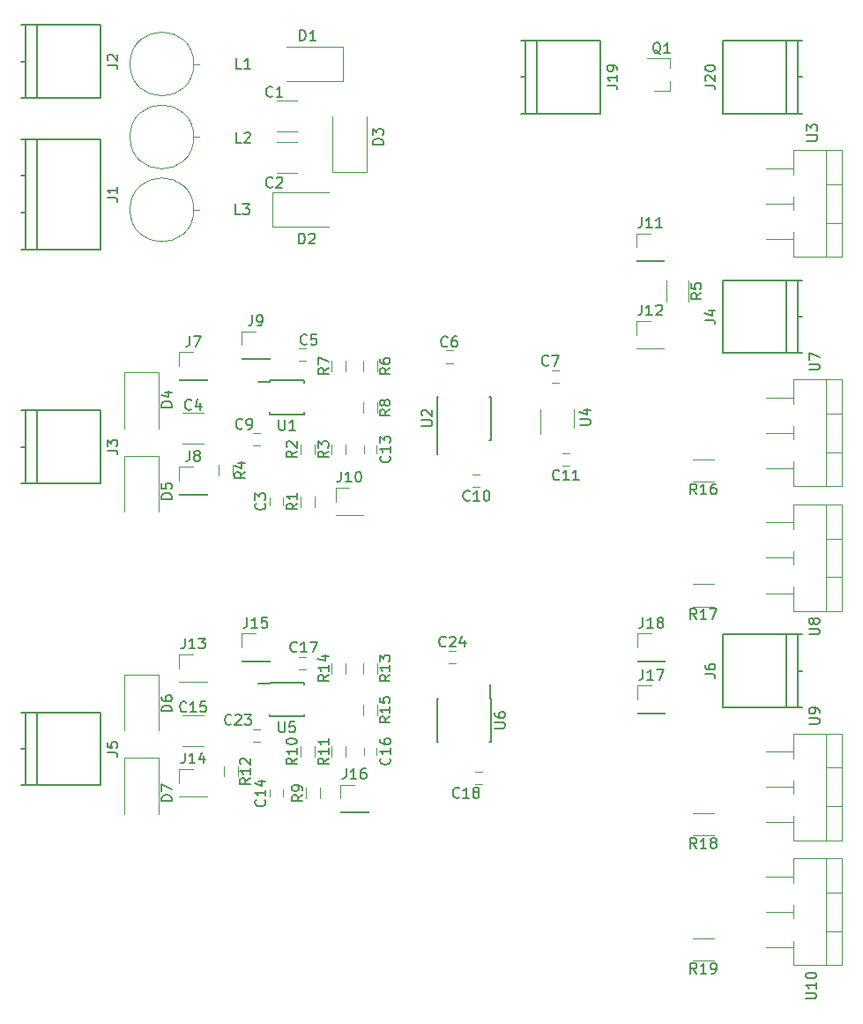
<source format=gto>
%TF.GenerationSoftware,KiCad,Pcbnew,4.0.7-e2-6376~58~ubuntu16.04.1*%
%TF.CreationDate,2017-09-12T10:21:48+02:00*%
%TF.ProjectId,flt06,666C7430362E6B696361645F70636200,1*%
%TF.FileFunction,Legend,Top*%
%FSLAX46Y46*%
G04 Gerber Fmt 4.6, Leading zero omitted, Abs format (unit mm)*
G04 Created by KiCad (PCBNEW 4.0.7-e2-6376~58~ubuntu16.04.1) date Tue Sep 12 10:21:48 2017*
%MOMM*%
%LPD*%
G01*
G04 APERTURE LIST*
%ADD10C,0.100000*%
%ADD11C,0.120000*%
%ADD12C,0.150000*%
G04 APERTURE END LIST*
D10*
D11*
X120670000Y-103330000D02*
X123330000Y-103330000D01*
X120670000Y-103270000D02*
X120670000Y-103330000D01*
X123330000Y-103270000D02*
X123330000Y-103330000D01*
X120670000Y-103270000D02*
X123330000Y-103270000D01*
X120670000Y-102000000D02*
X120670000Y-100670000D01*
X120670000Y-100670000D02*
X122000000Y-100670000D01*
X130000000Y-68480000D02*
X132000000Y-68480000D01*
X132000000Y-65520000D02*
X130000000Y-65520000D01*
X132000000Y-69520000D02*
X130000000Y-69520000D01*
X130000000Y-72480000D02*
X132000000Y-72480000D01*
X130600000Y-103650000D02*
X130600000Y-104350000D01*
X129400000Y-104350000D02*
X129400000Y-103650000D01*
X123000000Y-95520000D02*
X121000000Y-95520000D01*
X121000000Y-98480000D02*
X123000000Y-98480000D01*
X132150000Y-89300000D02*
X132850000Y-89300000D01*
X132850000Y-90500000D02*
X132150000Y-90500000D01*
X146250000Y-89500000D02*
X146950000Y-89500000D01*
X146950000Y-90700000D02*
X146250000Y-90700000D01*
X157150000Y-92600000D02*
X156450000Y-92600000D01*
X156450000Y-91400000D02*
X157150000Y-91400000D01*
X128450000Y-98600000D02*
X127750000Y-98600000D01*
X127750000Y-97400000D02*
X128450000Y-97400000D01*
X149550000Y-102600000D02*
X148850000Y-102600000D01*
X148850000Y-101400000D02*
X149550000Y-101400000D01*
X157450000Y-99400000D02*
X158150000Y-99400000D01*
X158150000Y-100600000D02*
X157450000Y-100600000D01*
X138400000Y-99350000D02*
X138400000Y-98650000D01*
X139600000Y-98650000D02*
X139600000Y-99350000D01*
X130600000Y-131650000D02*
X130600000Y-132350000D01*
X129400000Y-132350000D02*
X129400000Y-131650000D01*
X138400000Y-128350000D02*
X138400000Y-127650000D01*
X139600000Y-127650000D02*
X139600000Y-128350000D01*
X149750000Y-131100000D02*
X149050000Y-131100000D01*
X149050000Y-129900000D02*
X149750000Y-129900000D01*
X128450000Y-127100000D02*
X127750000Y-127100000D01*
X127750000Y-125900000D02*
X128450000Y-125900000D01*
X146550000Y-118300000D02*
X147250000Y-118300000D01*
X147250000Y-119500000D02*
X146550000Y-119500000D01*
X136400000Y-63650000D02*
X136400000Y-60350000D01*
X136400000Y-60350000D02*
X131000000Y-60350000D01*
X136400000Y-63650000D02*
X131000000Y-63650000D01*
X129600000Y-74350000D02*
X129600000Y-77650000D01*
X129600000Y-77650000D02*
X135000000Y-77650000D01*
X129600000Y-74350000D02*
X135000000Y-74350000D01*
X135350000Y-72400000D02*
X138650000Y-72400000D01*
X138650000Y-72400000D02*
X138650000Y-67000000D01*
X135350000Y-72400000D02*
X135350000Y-67000000D01*
X118650000Y-91600000D02*
X115350000Y-91600000D01*
X115350000Y-91600000D02*
X115350000Y-97000000D01*
X118650000Y-91600000D02*
X118650000Y-97000000D01*
X118650000Y-99600000D02*
X115350000Y-99600000D01*
X115350000Y-99600000D02*
X115350000Y-105000000D01*
X118650000Y-99600000D02*
X118650000Y-105000000D01*
X118650000Y-120600000D02*
X115350000Y-120600000D01*
X115350000Y-120600000D02*
X115350000Y-126000000D01*
X118650000Y-120600000D02*
X118650000Y-126000000D01*
X118650000Y-128600000D02*
X115350000Y-128600000D01*
X115350000Y-128600000D02*
X115350000Y-134000000D01*
X118650000Y-128600000D02*
X118650000Y-134000000D01*
D12*
X105900000Y-72700000D02*
X105500000Y-72700000D01*
X105900000Y-76300000D02*
X105500000Y-76300000D01*
X107000000Y-69200000D02*
X107000000Y-79800000D01*
X105900000Y-69200000D02*
X105900000Y-79800000D01*
X113100000Y-69200000D02*
X105500000Y-69200000D01*
X105500000Y-79800000D02*
X113100000Y-79800000D01*
X113100000Y-79800000D02*
X113100000Y-69200000D01*
X105900000Y-61750000D02*
X105500000Y-61750000D01*
X107000000Y-58250000D02*
X107000000Y-65250000D01*
X105900000Y-58250000D02*
X105900000Y-65250000D01*
X113100000Y-58250000D02*
X105500000Y-58250000D01*
X105500000Y-65250000D02*
X113100000Y-65250000D01*
X113100000Y-65250000D02*
X113100000Y-58250000D01*
X105900000Y-98750000D02*
X105500000Y-98750000D01*
X107000000Y-95250000D02*
X107000000Y-102250000D01*
X105900000Y-95250000D02*
X105900000Y-102250000D01*
X113100000Y-95250000D02*
X105500000Y-95250000D01*
X105500000Y-102250000D02*
X113100000Y-102250000D01*
X113100000Y-102250000D02*
X113100000Y-95250000D01*
X180100000Y-86250000D02*
X180500000Y-86250000D01*
X179000000Y-89750000D02*
X179000000Y-82750000D01*
X180100000Y-89750000D02*
X180100000Y-82750000D01*
X172900000Y-89750000D02*
X180500000Y-89750000D01*
X180500000Y-82750000D02*
X172900000Y-82750000D01*
X172900000Y-82750000D02*
X172900000Y-89750000D01*
X105900000Y-127750000D02*
X105500000Y-127750000D01*
X107000000Y-124250000D02*
X107000000Y-131250000D01*
X105900000Y-124250000D02*
X105900000Y-131250000D01*
X113100000Y-124250000D02*
X105500000Y-124250000D01*
X105500000Y-131250000D02*
X113100000Y-131250000D01*
X113100000Y-131250000D02*
X113100000Y-124250000D01*
X180100000Y-120250000D02*
X180500000Y-120250000D01*
X179000000Y-123750000D02*
X179000000Y-116750000D01*
X180100000Y-123750000D02*
X180100000Y-116750000D01*
X172900000Y-123750000D02*
X180500000Y-123750000D01*
X180500000Y-116750000D02*
X172900000Y-116750000D01*
X172900000Y-116750000D02*
X172900000Y-123750000D01*
D11*
X120670000Y-92330000D02*
X123330000Y-92330000D01*
X120670000Y-92270000D02*
X120670000Y-92330000D01*
X123330000Y-92270000D02*
X123330000Y-92330000D01*
X120670000Y-92270000D02*
X123330000Y-92270000D01*
X120670000Y-91000000D02*
X120670000Y-89670000D01*
X120670000Y-89670000D02*
X122000000Y-89670000D01*
X126670000Y-90330000D02*
X129330000Y-90330000D01*
X126670000Y-90270000D02*
X126670000Y-90330000D01*
X129330000Y-90270000D02*
X129330000Y-90330000D01*
X126670000Y-90270000D02*
X129330000Y-90270000D01*
X126670000Y-89000000D02*
X126670000Y-87670000D01*
X126670000Y-87670000D02*
X128000000Y-87670000D01*
X135670000Y-105330000D02*
X138330000Y-105330000D01*
X135670000Y-105270000D02*
X135670000Y-105330000D01*
X138330000Y-105270000D02*
X138330000Y-105330000D01*
X135670000Y-105270000D02*
X138330000Y-105270000D01*
X135670000Y-104000000D02*
X135670000Y-102670000D01*
X135670000Y-102670000D02*
X137000000Y-102670000D01*
X164570000Y-80930000D02*
X167230000Y-80930000D01*
X164570000Y-80870000D02*
X164570000Y-80930000D01*
X167230000Y-80870000D02*
X167230000Y-80930000D01*
X164570000Y-80870000D02*
X167230000Y-80870000D01*
X164570000Y-79600000D02*
X164570000Y-78270000D01*
X164570000Y-78270000D02*
X165900000Y-78270000D01*
X164570000Y-89330000D02*
X167230000Y-89330000D01*
X164570000Y-89270000D02*
X164570000Y-89330000D01*
X167230000Y-89270000D02*
X167230000Y-89330000D01*
X164570000Y-89270000D02*
X167230000Y-89270000D01*
X164570000Y-88000000D02*
X164570000Y-86670000D01*
X164570000Y-86670000D02*
X165900000Y-86670000D01*
X120670000Y-121330000D02*
X123330000Y-121330000D01*
X120670000Y-121270000D02*
X120670000Y-121330000D01*
X123330000Y-121270000D02*
X123330000Y-121330000D01*
X120670000Y-121270000D02*
X123330000Y-121270000D01*
X120670000Y-120000000D02*
X120670000Y-118670000D01*
X120670000Y-118670000D02*
X122000000Y-118670000D01*
X120670000Y-132330000D02*
X123330000Y-132330000D01*
X120670000Y-132270000D02*
X120670000Y-132330000D01*
X123330000Y-132270000D02*
X123330000Y-132330000D01*
X120670000Y-132270000D02*
X123330000Y-132270000D01*
X120670000Y-131000000D02*
X120670000Y-129670000D01*
X120670000Y-129670000D02*
X122000000Y-129670000D01*
X126670000Y-119330000D02*
X129330000Y-119330000D01*
X126670000Y-119270000D02*
X126670000Y-119330000D01*
X129330000Y-119270000D02*
X129330000Y-119330000D01*
X126670000Y-119270000D02*
X129330000Y-119270000D01*
X126670000Y-118000000D02*
X126670000Y-116670000D01*
X126670000Y-116670000D02*
X128000000Y-116670000D01*
X136170000Y-133830000D02*
X138830000Y-133830000D01*
X136170000Y-133770000D02*
X136170000Y-133830000D01*
X138830000Y-133770000D02*
X138830000Y-133830000D01*
X136170000Y-133770000D02*
X138830000Y-133770000D01*
X136170000Y-132500000D02*
X136170000Y-131170000D01*
X136170000Y-131170000D02*
X137500000Y-131170000D01*
X164670000Y-124330000D02*
X167330000Y-124330000D01*
X164670000Y-124270000D02*
X164670000Y-124330000D01*
X167330000Y-124270000D02*
X167330000Y-124330000D01*
X164670000Y-124270000D02*
X167330000Y-124270000D01*
X164670000Y-123000000D02*
X164670000Y-121670000D01*
X164670000Y-121670000D02*
X166000000Y-121670000D01*
X122060000Y-62000000D02*
G75*
G03X122060000Y-62000000I-3060000J0D01*
G01*
X122060000Y-62000000D02*
X122580000Y-62000000D01*
X122060000Y-69000000D02*
G75*
G03X122060000Y-69000000I-3060000J0D01*
G01*
X122060000Y-69000000D02*
X122580000Y-69000000D01*
X122060000Y-76000000D02*
G75*
G03X122060000Y-76000000I-3060000J0D01*
G01*
X122060000Y-76000000D02*
X122580000Y-76000000D01*
X133680000Y-103500000D02*
X133680000Y-104500000D01*
X132320000Y-104500000D02*
X132320000Y-103500000D01*
X132320000Y-99500000D02*
X132320000Y-98500000D01*
X133680000Y-98500000D02*
X133680000Y-99500000D01*
X136680000Y-98500000D02*
X136680000Y-99500000D01*
X135320000Y-99500000D02*
X135320000Y-98500000D01*
X124420000Y-101500000D02*
X124420000Y-100500000D01*
X125780000Y-100500000D02*
X125780000Y-101500000D01*
X167430000Y-84800000D02*
X167430000Y-82800000D01*
X169570000Y-82800000D02*
X169570000Y-84800000D01*
X138320000Y-91500000D02*
X138320000Y-90500000D01*
X139680000Y-90500000D02*
X139680000Y-91500000D01*
X138320000Y-95500000D02*
X138320000Y-94500000D01*
X139680000Y-94500000D02*
X139680000Y-95500000D01*
X134180000Y-131500000D02*
X134180000Y-132500000D01*
X132820000Y-132500000D02*
X132820000Y-131500000D01*
X132320000Y-128500000D02*
X132320000Y-127500000D01*
X133680000Y-127500000D02*
X133680000Y-128500000D01*
X136680000Y-127500000D02*
X136680000Y-128500000D01*
X135320000Y-128500000D02*
X135320000Y-127500000D01*
X124920000Y-130400000D02*
X124920000Y-129400000D01*
X126280000Y-129400000D02*
X126280000Y-130400000D01*
X138320000Y-120500000D02*
X138320000Y-119500000D01*
X139680000Y-119500000D02*
X139680000Y-120500000D01*
X138320000Y-124500000D02*
X138320000Y-123500000D01*
X139680000Y-123500000D02*
X139680000Y-124500000D01*
X170000000Y-99930000D02*
X172000000Y-99930000D01*
X172000000Y-102070000D02*
X170000000Y-102070000D01*
X170000000Y-111930000D02*
X172000000Y-111930000D01*
X172000000Y-114070000D02*
X170000000Y-114070000D01*
X170000000Y-133930000D02*
X172000000Y-133930000D01*
X172000000Y-136070000D02*
X170000000Y-136070000D01*
X170000000Y-145930000D02*
X172000000Y-145930000D01*
X172000000Y-148070000D02*
X170000000Y-148070000D01*
D12*
X129375000Y-92375000D02*
X129375000Y-92500000D01*
X132625000Y-92375000D02*
X132625000Y-92600000D01*
X132625000Y-95625000D02*
X132625000Y-95400000D01*
X129375000Y-95625000D02*
X129375000Y-95400000D01*
X129375000Y-92375000D02*
X132625000Y-92375000D01*
X129375000Y-95625000D02*
X132625000Y-95625000D01*
X129375000Y-92500000D02*
X128300000Y-92500000D01*
X145425000Y-98075000D02*
X145475000Y-98075000D01*
X145425000Y-93925000D02*
X145570000Y-93925000D01*
X150575000Y-93925000D02*
X150430000Y-93925000D01*
X150575000Y-98075000D02*
X150430000Y-98075000D01*
X145425000Y-98075000D02*
X145425000Y-93925000D01*
X150575000Y-98075000D02*
X150575000Y-93925000D01*
X145475000Y-98075000D02*
X145475000Y-99475000D01*
D11*
X158610000Y-96900000D02*
X158610000Y-95100000D01*
X155390000Y-95100000D02*
X155390000Y-97550000D01*
D12*
X129375000Y-121375000D02*
X129375000Y-121500000D01*
X132625000Y-121375000D02*
X132625000Y-121600000D01*
X132625000Y-124625000D02*
X132625000Y-124400000D01*
X129375000Y-124625000D02*
X129375000Y-124400000D01*
X129375000Y-121375000D02*
X132625000Y-121375000D01*
X129375000Y-124625000D02*
X132625000Y-124625000D01*
X129375000Y-121500000D02*
X128300000Y-121500000D01*
X150575000Y-122925000D02*
X150525000Y-122925000D01*
X150575000Y-127075000D02*
X150430000Y-127075000D01*
X145425000Y-127075000D02*
X145570000Y-127075000D01*
X145425000Y-122925000D02*
X145570000Y-122925000D01*
X150575000Y-122925000D02*
X150575000Y-127075000D01*
X145425000Y-122925000D02*
X145425000Y-127075000D01*
X150525000Y-122925000D02*
X150525000Y-121525000D01*
D11*
X164670000Y-119330000D02*
X167330000Y-119330000D01*
X164670000Y-119270000D02*
X164670000Y-119330000D01*
X167330000Y-119270000D02*
X167330000Y-119330000D01*
X164670000Y-119270000D02*
X167330000Y-119270000D01*
X164670000Y-118000000D02*
X164670000Y-116670000D01*
X164670000Y-116670000D02*
X166000000Y-116670000D01*
X184320000Y-70279000D02*
X184320000Y-80520000D01*
X179679000Y-70279000D02*
X179679000Y-72635000D01*
X179679000Y-74765000D02*
X179679000Y-76035000D01*
X179679000Y-78165000D02*
X179679000Y-80520000D01*
X184320000Y-70279000D02*
X179679000Y-70279000D01*
X184320000Y-80520000D02*
X179679000Y-80520000D01*
X182811000Y-70279000D02*
X182811000Y-80520000D01*
X184320000Y-73550000D02*
X182811000Y-73550000D01*
X184320000Y-77250000D02*
X182811000Y-77250000D01*
X179679000Y-72000000D02*
X177049000Y-72000000D01*
X179679000Y-75400000D02*
X177065000Y-75400000D01*
X179679000Y-78800000D02*
X177065000Y-78800000D01*
X184320000Y-92279000D02*
X184320000Y-102520000D01*
X179679000Y-92279000D02*
X179679000Y-94635000D01*
X179679000Y-96765000D02*
X179679000Y-98035000D01*
X179679000Y-100165000D02*
X179679000Y-102520000D01*
X184320000Y-92279000D02*
X179679000Y-92279000D01*
X184320000Y-102520000D02*
X179679000Y-102520000D01*
X182811000Y-92279000D02*
X182811000Y-102520000D01*
X184320000Y-95550000D02*
X182811000Y-95550000D01*
X184320000Y-99250000D02*
X182811000Y-99250000D01*
X179679000Y-94000000D02*
X177049000Y-94000000D01*
X179679000Y-97400000D02*
X177065000Y-97400000D01*
X179679000Y-100800000D02*
X177065000Y-100800000D01*
X184320000Y-104279000D02*
X184320000Y-114520000D01*
X179679000Y-104279000D02*
X179679000Y-106635000D01*
X179679000Y-108765000D02*
X179679000Y-110035000D01*
X179679000Y-112165000D02*
X179679000Y-114520000D01*
X184320000Y-104279000D02*
X179679000Y-104279000D01*
X184320000Y-114520000D02*
X179679000Y-114520000D01*
X182811000Y-104279000D02*
X182811000Y-114520000D01*
X184320000Y-107550000D02*
X182811000Y-107550000D01*
X184320000Y-111250000D02*
X182811000Y-111250000D01*
X179679000Y-106000000D02*
X177049000Y-106000000D01*
X179679000Y-109400000D02*
X177065000Y-109400000D01*
X179679000Y-112800000D02*
X177065000Y-112800000D01*
X184320000Y-126279000D02*
X184320000Y-136520000D01*
X179679000Y-126279000D02*
X179679000Y-128635000D01*
X179679000Y-130765000D02*
X179679000Y-132035000D01*
X179679000Y-134165000D02*
X179679000Y-136520000D01*
X184320000Y-126279000D02*
X179679000Y-126279000D01*
X184320000Y-136520000D02*
X179679000Y-136520000D01*
X182811000Y-126279000D02*
X182811000Y-136520000D01*
X184320000Y-129550000D02*
X182811000Y-129550000D01*
X184320000Y-133250000D02*
X182811000Y-133250000D01*
X179679000Y-128000000D02*
X177049000Y-128000000D01*
X179679000Y-131400000D02*
X177065000Y-131400000D01*
X179679000Y-134800000D02*
X177065000Y-134800000D01*
X184320000Y-138279000D02*
X184320000Y-148520000D01*
X179679000Y-138279000D02*
X179679000Y-140635000D01*
X179679000Y-142765000D02*
X179679000Y-144035000D01*
X179679000Y-146165000D02*
X179679000Y-148520000D01*
X184320000Y-138279000D02*
X179679000Y-138279000D01*
X184320000Y-148520000D02*
X179679000Y-148520000D01*
X182811000Y-138279000D02*
X182811000Y-148520000D01*
X184320000Y-141550000D02*
X182811000Y-141550000D01*
X184320000Y-145250000D02*
X182811000Y-145250000D01*
X179679000Y-140000000D02*
X177049000Y-140000000D01*
X179679000Y-143400000D02*
X177065000Y-143400000D01*
X179679000Y-146800000D02*
X177065000Y-146800000D01*
X123000000Y-124520000D02*
X121000000Y-124520000D01*
X121000000Y-127480000D02*
X123000000Y-127480000D01*
X132150000Y-118900000D02*
X132850000Y-118900000D01*
X132850000Y-120100000D02*
X132150000Y-120100000D01*
X136680000Y-90500000D02*
X136680000Y-91500000D01*
X135320000Y-91500000D02*
X135320000Y-90500000D01*
X136680000Y-119500000D02*
X136680000Y-120500000D01*
X135320000Y-120500000D02*
X135320000Y-119500000D01*
D12*
X153900000Y-63250000D02*
X153500000Y-63250000D01*
X155000000Y-59750000D02*
X155000000Y-66750000D01*
X153900000Y-59750000D02*
X153900000Y-66750000D01*
X161100000Y-59750000D02*
X153500000Y-59750000D01*
X153500000Y-66750000D02*
X161100000Y-66750000D01*
X161100000Y-66750000D02*
X161100000Y-59750000D01*
X180100000Y-63250000D02*
X180500000Y-63250000D01*
X179000000Y-66750000D02*
X179000000Y-59750000D01*
X180100000Y-66750000D02*
X180100000Y-59750000D01*
X172900000Y-66750000D02*
X180500000Y-66750000D01*
X180500000Y-59750000D02*
X172900000Y-59750000D01*
X172900000Y-59750000D02*
X172900000Y-66750000D01*
D11*
X167760000Y-64580000D02*
X167760000Y-63650000D01*
X167760000Y-61420000D02*
X167760000Y-62350000D01*
X167760000Y-61420000D02*
X165600000Y-61420000D01*
X167760000Y-64580000D02*
X166300000Y-64580000D01*
D12*
X121666667Y-99122381D02*
X121666667Y-99836667D01*
X121619047Y-99979524D01*
X121523809Y-100074762D01*
X121380952Y-100122381D01*
X121285714Y-100122381D01*
X122285714Y-99550952D02*
X122190476Y-99503333D01*
X122142857Y-99455714D01*
X122095238Y-99360476D01*
X122095238Y-99312857D01*
X122142857Y-99217619D01*
X122190476Y-99170000D01*
X122285714Y-99122381D01*
X122476191Y-99122381D01*
X122571429Y-99170000D01*
X122619048Y-99217619D01*
X122666667Y-99312857D01*
X122666667Y-99360476D01*
X122619048Y-99455714D01*
X122571429Y-99503333D01*
X122476191Y-99550952D01*
X122285714Y-99550952D01*
X122190476Y-99598571D01*
X122142857Y-99646190D01*
X122095238Y-99741429D01*
X122095238Y-99931905D01*
X122142857Y-100027143D01*
X122190476Y-100074762D01*
X122285714Y-100122381D01*
X122476191Y-100122381D01*
X122571429Y-100074762D01*
X122619048Y-100027143D01*
X122666667Y-99931905D01*
X122666667Y-99741429D01*
X122619048Y-99646190D01*
X122571429Y-99598571D01*
X122476191Y-99550952D01*
X129633334Y-65057143D02*
X129585715Y-65104762D01*
X129442858Y-65152381D01*
X129347620Y-65152381D01*
X129204762Y-65104762D01*
X129109524Y-65009524D01*
X129061905Y-64914286D01*
X129014286Y-64723810D01*
X129014286Y-64580952D01*
X129061905Y-64390476D01*
X129109524Y-64295238D01*
X129204762Y-64200000D01*
X129347620Y-64152381D01*
X129442858Y-64152381D01*
X129585715Y-64200000D01*
X129633334Y-64247619D01*
X130585715Y-65152381D02*
X130014286Y-65152381D01*
X130300000Y-65152381D02*
X130300000Y-64152381D01*
X130204762Y-64295238D01*
X130109524Y-64390476D01*
X130014286Y-64438095D01*
X129633334Y-73757143D02*
X129585715Y-73804762D01*
X129442858Y-73852381D01*
X129347620Y-73852381D01*
X129204762Y-73804762D01*
X129109524Y-73709524D01*
X129061905Y-73614286D01*
X129014286Y-73423810D01*
X129014286Y-73280952D01*
X129061905Y-73090476D01*
X129109524Y-72995238D01*
X129204762Y-72900000D01*
X129347620Y-72852381D01*
X129442858Y-72852381D01*
X129585715Y-72900000D01*
X129633334Y-72947619D01*
X130014286Y-72947619D02*
X130061905Y-72900000D01*
X130157143Y-72852381D01*
X130395239Y-72852381D01*
X130490477Y-72900000D01*
X130538096Y-72947619D01*
X130585715Y-73042857D01*
X130585715Y-73138095D01*
X130538096Y-73280952D01*
X129966667Y-73852381D01*
X130585715Y-73852381D01*
X128857143Y-104166666D02*
X128904762Y-104214285D01*
X128952381Y-104357142D01*
X128952381Y-104452380D01*
X128904762Y-104595238D01*
X128809524Y-104690476D01*
X128714286Y-104738095D01*
X128523810Y-104785714D01*
X128380952Y-104785714D01*
X128190476Y-104738095D01*
X128095238Y-104690476D01*
X128000000Y-104595238D01*
X127952381Y-104452380D01*
X127952381Y-104357142D01*
X128000000Y-104214285D01*
X128047619Y-104166666D01*
X127952381Y-103833333D02*
X127952381Y-103214285D01*
X128333333Y-103547619D01*
X128333333Y-103404761D01*
X128380952Y-103309523D01*
X128428571Y-103261904D01*
X128523810Y-103214285D01*
X128761905Y-103214285D01*
X128857143Y-103261904D01*
X128904762Y-103309523D01*
X128952381Y-103404761D01*
X128952381Y-103690476D01*
X128904762Y-103785714D01*
X128857143Y-103833333D01*
X121833334Y-95107143D02*
X121785715Y-95154762D01*
X121642858Y-95202381D01*
X121547620Y-95202381D01*
X121404762Y-95154762D01*
X121309524Y-95059524D01*
X121261905Y-94964286D01*
X121214286Y-94773810D01*
X121214286Y-94630952D01*
X121261905Y-94440476D01*
X121309524Y-94345238D01*
X121404762Y-94250000D01*
X121547620Y-94202381D01*
X121642858Y-94202381D01*
X121785715Y-94250000D01*
X121833334Y-94297619D01*
X122690477Y-94535714D02*
X122690477Y-95202381D01*
X122452381Y-94154762D02*
X122214286Y-94869048D01*
X122833334Y-94869048D01*
X132933334Y-88857143D02*
X132885715Y-88904762D01*
X132742858Y-88952381D01*
X132647620Y-88952381D01*
X132504762Y-88904762D01*
X132409524Y-88809524D01*
X132361905Y-88714286D01*
X132314286Y-88523810D01*
X132314286Y-88380952D01*
X132361905Y-88190476D01*
X132409524Y-88095238D01*
X132504762Y-88000000D01*
X132647620Y-87952381D01*
X132742858Y-87952381D01*
X132885715Y-88000000D01*
X132933334Y-88047619D01*
X133838096Y-87952381D02*
X133361905Y-87952381D01*
X133314286Y-88428571D01*
X133361905Y-88380952D01*
X133457143Y-88333333D01*
X133695239Y-88333333D01*
X133790477Y-88380952D01*
X133838096Y-88428571D01*
X133885715Y-88523810D01*
X133885715Y-88761905D01*
X133838096Y-88857143D01*
X133790477Y-88904762D01*
X133695239Y-88952381D01*
X133457143Y-88952381D01*
X133361905Y-88904762D01*
X133314286Y-88857143D01*
X146433334Y-89057143D02*
X146385715Y-89104762D01*
X146242858Y-89152381D01*
X146147620Y-89152381D01*
X146004762Y-89104762D01*
X145909524Y-89009524D01*
X145861905Y-88914286D01*
X145814286Y-88723810D01*
X145814286Y-88580952D01*
X145861905Y-88390476D01*
X145909524Y-88295238D01*
X146004762Y-88200000D01*
X146147620Y-88152381D01*
X146242858Y-88152381D01*
X146385715Y-88200000D01*
X146433334Y-88247619D01*
X147290477Y-88152381D02*
X147100000Y-88152381D01*
X147004762Y-88200000D01*
X146957143Y-88247619D01*
X146861905Y-88390476D01*
X146814286Y-88580952D01*
X146814286Y-88961905D01*
X146861905Y-89057143D01*
X146909524Y-89104762D01*
X147004762Y-89152381D01*
X147195239Y-89152381D01*
X147290477Y-89104762D01*
X147338096Y-89057143D01*
X147385715Y-88961905D01*
X147385715Y-88723810D01*
X147338096Y-88628571D01*
X147290477Y-88580952D01*
X147195239Y-88533333D01*
X147004762Y-88533333D01*
X146909524Y-88580952D01*
X146861905Y-88628571D01*
X146814286Y-88723810D01*
X156133334Y-90857143D02*
X156085715Y-90904762D01*
X155942858Y-90952381D01*
X155847620Y-90952381D01*
X155704762Y-90904762D01*
X155609524Y-90809524D01*
X155561905Y-90714286D01*
X155514286Y-90523810D01*
X155514286Y-90380952D01*
X155561905Y-90190476D01*
X155609524Y-90095238D01*
X155704762Y-90000000D01*
X155847620Y-89952381D01*
X155942858Y-89952381D01*
X156085715Y-90000000D01*
X156133334Y-90047619D01*
X156466667Y-89952381D02*
X157133334Y-89952381D01*
X156704762Y-90952381D01*
X126733334Y-96957143D02*
X126685715Y-97004762D01*
X126542858Y-97052381D01*
X126447620Y-97052381D01*
X126304762Y-97004762D01*
X126209524Y-96909524D01*
X126161905Y-96814286D01*
X126114286Y-96623810D01*
X126114286Y-96480952D01*
X126161905Y-96290476D01*
X126209524Y-96195238D01*
X126304762Y-96100000D01*
X126447620Y-96052381D01*
X126542858Y-96052381D01*
X126685715Y-96100000D01*
X126733334Y-96147619D01*
X127209524Y-97052381D02*
X127400000Y-97052381D01*
X127495239Y-97004762D01*
X127542858Y-96957143D01*
X127638096Y-96814286D01*
X127685715Y-96623810D01*
X127685715Y-96242857D01*
X127638096Y-96147619D01*
X127590477Y-96100000D01*
X127495239Y-96052381D01*
X127304762Y-96052381D01*
X127209524Y-96100000D01*
X127161905Y-96147619D01*
X127114286Y-96242857D01*
X127114286Y-96480952D01*
X127161905Y-96576190D01*
X127209524Y-96623810D01*
X127304762Y-96671429D01*
X127495239Y-96671429D01*
X127590477Y-96623810D01*
X127638096Y-96576190D01*
X127685715Y-96480952D01*
X148557143Y-103857143D02*
X148509524Y-103904762D01*
X148366667Y-103952381D01*
X148271429Y-103952381D01*
X148128571Y-103904762D01*
X148033333Y-103809524D01*
X147985714Y-103714286D01*
X147938095Y-103523810D01*
X147938095Y-103380952D01*
X147985714Y-103190476D01*
X148033333Y-103095238D01*
X148128571Y-103000000D01*
X148271429Y-102952381D01*
X148366667Y-102952381D01*
X148509524Y-103000000D01*
X148557143Y-103047619D01*
X149509524Y-103952381D02*
X148938095Y-103952381D01*
X149223809Y-103952381D02*
X149223809Y-102952381D01*
X149128571Y-103095238D01*
X149033333Y-103190476D01*
X148938095Y-103238095D01*
X150128571Y-102952381D02*
X150223810Y-102952381D01*
X150319048Y-103000000D01*
X150366667Y-103047619D01*
X150414286Y-103142857D01*
X150461905Y-103333333D01*
X150461905Y-103571429D01*
X150414286Y-103761905D01*
X150366667Y-103857143D01*
X150319048Y-103904762D01*
X150223810Y-103952381D01*
X150128571Y-103952381D01*
X150033333Y-103904762D01*
X149985714Y-103857143D01*
X149938095Y-103761905D01*
X149890476Y-103571429D01*
X149890476Y-103333333D01*
X149938095Y-103142857D01*
X149985714Y-103047619D01*
X150033333Y-103000000D01*
X150128571Y-102952381D01*
X157157143Y-101857143D02*
X157109524Y-101904762D01*
X156966667Y-101952381D01*
X156871429Y-101952381D01*
X156728571Y-101904762D01*
X156633333Y-101809524D01*
X156585714Y-101714286D01*
X156538095Y-101523810D01*
X156538095Y-101380952D01*
X156585714Y-101190476D01*
X156633333Y-101095238D01*
X156728571Y-101000000D01*
X156871429Y-100952381D01*
X156966667Y-100952381D01*
X157109524Y-101000000D01*
X157157143Y-101047619D01*
X158109524Y-101952381D02*
X157538095Y-101952381D01*
X157823809Y-101952381D02*
X157823809Y-100952381D01*
X157728571Y-101095238D01*
X157633333Y-101190476D01*
X157538095Y-101238095D01*
X159061905Y-101952381D02*
X158490476Y-101952381D01*
X158776190Y-101952381D02*
X158776190Y-100952381D01*
X158680952Y-101095238D01*
X158585714Y-101190476D01*
X158490476Y-101238095D01*
X140857143Y-99642857D02*
X140904762Y-99690476D01*
X140952381Y-99833333D01*
X140952381Y-99928571D01*
X140904762Y-100071429D01*
X140809524Y-100166667D01*
X140714286Y-100214286D01*
X140523810Y-100261905D01*
X140380952Y-100261905D01*
X140190476Y-100214286D01*
X140095238Y-100166667D01*
X140000000Y-100071429D01*
X139952381Y-99928571D01*
X139952381Y-99833333D01*
X140000000Y-99690476D01*
X140047619Y-99642857D01*
X140952381Y-98690476D02*
X140952381Y-99261905D01*
X140952381Y-98976191D02*
X139952381Y-98976191D01*
X140095238Y-99071429D01*
X140190476Y-99166667D01*
X140238095Y-99261905D01*
X139952381Y-98357143D02*
X139952381Y-97738095D01*
X140333333Y-98071429D01*
X140333333Y-97928571D01*
X140380952Y-97833333D01*
X140428571Y-97785714D01*
X140523810Y-97738095D01*
X140761905Y-97738095D01*
X140857143Y-97785714D01*
X140904762Y-97833333D01*
X140952381Y-97928571D01*
X140952381Y-98214286D01*
X140904762Y-98309524D01*
X140857143Y-98357143D01*
X128857143Y-132642857D02*
X128904762Y-132690476D01*
X128952381Y-132833333D01*
X128952381Y-132928571D01*
X128904762Y-133071429D01*
X128809524Y-133166667D01*
X128714286Y-133214286D01*
X128523810Y-133261905D01*
X128380952Y-133261905D01*
X128190476Y-133214286D01*
X128095238Y-133166667D01*
X128000000Y-133071429D01*
X127952381Y-132928571D01*
X127952381Y-132833333D01*
X128000000Y-132690476D01*
X128047619Y-132642857D01*
X128952381Y-131690476D02*
X128952381Y-132261905D01*
X128952381Y-131976191D02*
X127952381Y-131976191D01*
X128095238Y-132071429D01*
X128190476Y-132166667D01*
X128238095Y-132261905D01*
X128285714Y-130833333D02*
X128952381Y-130833333D01*
X127904762Y-131071429D02*
X128619048Y-131309524D01*
X128619048Y-130690476D01*
X140857143Y-128642857D02*
X140904762Y-128690476D01*
X140952381Y-128833333D01*
X140952381Y-128928571D01*
X140904762Y-129071429D01*
X140809524Y-129166667D01*
X140714286Y-129214286D01*
X140523810Y-129261905D01*
X140380952Y-129261905D01*
X140190476Y-129214286D01*
X140095238Y-129166667D01*
X140000000Y-129071429D01*
X139952381Y-128928571D01*
X139952381Y-128833333D01*
X140000000Y-128690476D01*
X140047619Y-128642857D01*
X140952381Y-127690476D02*
X140952381Y-128261905D01*
X140952381Y-127976191D02*
X139952381Y-127976191D01*
X140095238Y-128071429D01*
X140190476Y-128166667D01*
X140238095Y-128261905D01*
X139952381Y-126833333D02*
X139952381Y-127023810D01*
X140000000Y-127119048D01*
X140047619Y-127166667D01*
X140190476Y-127261905D01*
X140380952Y-127309524D01*
X140761905Y-127309524D01*
X140857143Y-127261905D01*
X140904762Y-127214286D01*
X140952381Y-127119048D01*
X140952381Y-126928571D01*
X140904762Y-126833333D01*
X140857143Y-126785714D01*
X140761905Y-126738095D01*
X140523810Y-126738095D01*
X140428571Y-126785714D01*
X140380952Y-126833333D01*
X140333333Y-126928571D01*
X140333333Y-127119048D01*
X140380952Y-127214286D01*
X140428571Y-127261905D01*
X140523810Y-127309524D01*
X147557143Y-132357143D02*
X147509524Y-132404762D01*
X147366667Y-132452381D01*
X147271429Y-132452381D01*
X147128571Y-132404762D01*
X147033333Y-132309524D01*
X146985714Y-132214286D01*
X146938095Y-132023810D01*
X146938095Y-131880952D01*
X146985714Y-131690476D01*
X147033333Y-131595238D01*
X147128571Y-131500000D01*
X147271429Y-131452381D01*
X147366667Y-131452381D01*
X147509524Y-131500000D01*
X147557143Y-131547619D01*
X148509524Y-132452381D02*
X147938095Y-132452381D01*
X148223809Y-132452381D02*
X148223809Y-131452381D01*
X148128571Y-131595238D01*
X148033333Y-131690476D01*
X147938095Y-131738095D01*
X149080952Y-131880952D02*
X148985714Y-131833333D01*
X148938095Y-131785714D01*
X148890476Y-131690476D01*
X148890476Y-131642857D01*
X148938095Y-131547619D01*
X148985714Y-131500000D01*
X149080952Y-131452381D01*
X149271429Y-131452381D01*
X149366667Y-131500000D01*
X149414286Y-131547619D01*
X149461905Y-131642857D01*
X149461905Y-131690476D01*
X149414286Y-131785714D01*
X149366667Y-131833333D01*
X149271429Y-131880952D01*
X149080952Y-131880952D01*
X148985714Y-131928571D01*
X148938095Y-131976190D01*
X148890476Y-132071429D01*
X148890476Y-132261905D01*
X148938095Y-132357143D01*
X148985714Y-132404762D01*
X149080952Y-132452381D01*
X149271429Y-132452381D01*
X149366667Y-132404762D01*
X149414286Y-132357143D01*
X149461905Y-132261905D01*
X149461905Y-132071429D01*
X149414286Y-131976190D01*
X149366667Y-131928571D01*
X149271429Y-131880952D01*
X125657143Y-125357143D02*
X125609524Y-125404762D01*
X125466667Y-125452381D01*
X125371429Y-125452381D01*
X125228571Y-125404762D01*
X125133333Y-125309524D01*
X125085714Y-125214286D01*
X125038095Y-125023810D01*
X125038095Y-124880952D01*
X125085714Y-124690476D01*
X125133333Y-124595238D01*
X125228571Y-124500000D01*
X125371429Y-124452381D01*
X125466667Y-124452381D01*
X125609524Y-124500000D01*
X125657143Y-124547619D01*
X126038095Y-124547619D02*
X126085714Y-124500000D01*
X126180952Y-124452381D01*
X126419048Y-124452381D01*
X126514286Y-124500000D01*
X126561905Y-124547619D01*
X126609524Y-124642857D01*
X126609524Y-124738095D01*
X126561905Y-124880952D01*
X125990476Y-125452381D01*
X126609524Y-125452381D01*
X126942857Y-124452381D02*
X127561905Y-124452381D01*
X127228571Y-124833333D01*
X127371429Y-124833333D01*
X127466667Y-124880952D01*
X127514286Y-124928571D01*
X127561905Y-125023810D01*
X127561905Y-125261905D01*
X127514286Y-125357143D01*
X127466667Y-125404762D01*
X127371429Y-125452381D01*
X127085714Y-125452381D01*
X126990476Y-125404762D01*
X126942857Y-125357143D01*
X146257143Y-117857143D02*
X146209524Y-117904762D01*
X146066667Y-117952381D01*
X145971429Y-117952381D01*
X145828571Y-117904762D01*
X145733333Y-117809524D01*
X145685714Y-117714286D01*
X145638095Y-117523810D01*
X145638095Y-117380952D01*
X145685714Y-117190476D01*
X145733333Y-117095238D01*
X145828571Y-117000000D01*
X145971429Y-116952381D01*
X146066667Y-116952381D01*
X146209524Y-117000000D01*
X146257143Y-117047619D01*
X146638095Y-117047619D02*
X146685714Y-117000000D01*
X146780952Y-116952381D01*
X147019048Y-116952381D01*
X147114286Y-117000000D01*
X147161905Y-117047619D01*
X147209524Y-117142857D01*
X147209524Y-117238095D01*
X147161905Y-117380952D01*
X146590476Y-117952381D01*
X147209524Y-117952381D01*
X148066667Y-117285714D02*
X148066667Y-117952381D01*
X147828571Y-116904762D02*
X147590476Y-117619048D01*
X148209524Y-117619048D01*
X132261905Y-59752381D02*
X132261905Y-58752381D01*
X132500000Y-58752381D01*
X132642858Y-58800000D01*
X132738096Y-58895238D01*
X132785715Y-58990476D01*
X132833334Y-59180952D01*
X132833334Y-59323810D01*
X132785715Y-59514286D01*
X132738096Y-59609524D01*
X132642858Y-59704762D01*
X132500000Y-59752381D01*
X132261905Y-59752381D01*
X133785715Y-59752381D02*
X133214286Y-59752381D01*
X133500000Y-59752381D02*
X133500000Y-58752381D01*
X133404762Y-58895238D01*
X133309524Y-58990476D01*
X133214286Y-59038095D01*
X132161905Y-79252381D02*
X132161905Y-78252381D01*
X132400000Y-78252381D01*
X132542858Y-78300000D01*
X132638096Y-78395238D01*
X132685715Y-78490476D01*
X132733334Y-78680952D01*
X132733334Y-78823810D01*
X132685715Y-79014286D01*
X132638096Y-79109524D01*
X132542858Y-79204762D01*
X132400000Y-79252381D01*
X132161905Y-79252381D01*
X133114286Y-78347619D02*
X133161905Y-78300000D01*
X133257143Y-78252381D01*
X133495239Y-78252381D01*
X133590477Y-78300000D01*
X133638096Y-78347619D01*
X133685715Y-78442857D01*
X133685715Y-78538095D01*
X133638096Y-78680952D01*
X133066667Y-79252381D01*
X133685715Y-79252381D01*
X140252381Y-69738095D02*
X139252381Y-69738095D01*
X139252381Y-69500000D01*
X139300000Y-69357142D01*
X139395238Y-69261904D01*
X139490476Y-69214285D01*
X139680952Y-69166666D01*
X139823810Y-69166666D01*
X140014286Y-69214285D01*
X140109524Y-69261904D01*
X140204762Y-69357142D01*
X140252381Y-69500000D01*
X140252381Y-69738095D01*
X139252381Y-68833333D02*
X139252381Y-68214285D01*
X139633333Y-68547619D01*
X139633333Y-68404761D01*
X139680952Y-68309523D01*
X139728571Y-68261904D01*
X139823810Y-68214285D01*
X140061905Y-68214285D01*
X140157143Y-68261904D01*
X140204762Y-68309523D01*
X140252381Y-68404761D01*
X140252381Y-68690476D01*
X140204762Y-68785714D01*
X140157143Y-68833333D01*
X119952381Y-94938095D02*
X118952381Y-94938095D01*
X118952381Y-94700000D01*
X119000000Y-94557142D01*
X119095238Y-94461904D01*
X119190476Y-94414285D01*
X119380952Y-94366666D01*
X119523810Y-94366666D01*
X119714286Y-94414285D01*
X119809524Y-94461904D01*
X119904762Y-94557142D01*
X119952381Y-94700000D01*
X119952381Y-94938095D01*
X119285714Y-93509523D02*
X119952381Y-93509523D01*
X118904762Y-93747619D02*
X119619048Y-93985714D01*
X119619048Y-93366666D01*
X119952381Y-103738095D02*
X118952381Y-103738095D01*
X118952381Y-103500000D01*
X119000000Y-103357142D01*
X119095238Y-103261904D01*
X119190476Y-103214285D01*
X119380952Y-103166666D01*
X119523810Y-103166666D01*
X119714286Y-103214285D01*
X119809524Y-103261904D01*
X119904762Y-103357142D01*
X119952381Y-103500000D01*
X119952381Y-103738095D01*
X118952381Y-102261904D02*
X118952381Y-102738095D01*
X119428571Y-102785714D01*
X119380952Y-102738095D01*
X119333333Y-102642857D01*
X119333333Y-102404761D01*
X119380952Y-102309523D01*
X119428571Y-102261904D01*
X119523810Y-102214285D01*
X119761905Y-102214285D01*
X119857143Y-102261904D01*
X119904762Y-102309523D01*
X119952381Y-102404761D01*
X119952381Y-102642857D01*
X119904762Y-102738095D01*
X119857143Y-102785714D01*
X119952381Y-124138095D02*
X118952381Y-124138095D01*
X118952381Y-123900000D01*
X119000000Y-123757142D01*
X119095238Y-123661904D01*
X119190476Y-123614285D01*
X119380952Y-123566666D01*
X119523810Y-123566666D01*
X119714286Y-123614285D01*
X119809524Y-123661904D01*
X119904762Y-123757142D01*
X119952381Y-123900000D01*
X119952381Y-124138095D01*
X118952381Y-122709523D02*
X118952381Y-122900000D01*
X119000000Y-122995238D01*
X119047619Y-123042857D01*
X119190476Y-123138095D01*
X119380952Y-123185714D01*
X119761905Y-123185714D01*
X119857143Y-123138095D01*
X119904762Y-123090476D01*
X119952381Y-122995238D01*
X119952381Y-122804761D01*
X119904762Y-122709523D01*
X119857143Y-122661904D01*
X119761905Y-122614285D01*
X119523810Y-122614285D01*
X119428571Y-122661904D01*
X119380952Y-122709523D01*
X119333333Y-122804761D01*
X119333333Y-122995238D01*
X119380952Y-123090476D01*
X119428571Y-123138095D01*
X119523810Y-123185714D01*
X119952381Y-132738095D02*
X118952381Y-132738095D01*
X118952381Y-132500000D01*
X119000000Y-132357142D01*
X119095238Y-132261904D01*
X119190476Y-132214285D01*
X119380952Y-132166666D01*
X119523810Y-132166666D01*
X119714286Y-132214285D01*
X119809524Y-132261904D01*
X119904762Y-132357142D01*
X119952381Y-132500000D01*
X119952381Y-132738095D01*
X118952381Y-131833333D02*
X118952381Y-131166666D01*
X119952381Y-131595238D01*
X113752381Y-74833333D02*
X114466667Y-74833333D01*
X114609524Y-74880953D01*
X114704762Y-74976191D01*
X114752381Y-75119048D01*
X114752381Y-75214286D01*
X114752381Y-73833333D02*
X114752381Y-74404762D01*
X114752381Y-74119048D02*
X113752381Y-74119048D01*
X113895238Y-74214286D01*
X113990476Y-74309524D01*
X114038095Y-74404762D01*
X113752381Y-62083333D02*
X114466667Y-62083333D01*
X114609524Y-62130953D01*
X114704762Y-62226191D01*
X114752381Y-62369048D01*
X114752381Y-62464286D01*
X113847619Y-61654762D02*
X113800000Y-61607143D01*
X113752381Y-61511905D01*
X113752381Y-61273809D01*
X113800000Y-61178571D01*
X113847619Y-61130952D01*
X113942857Y-61083333D01*
X114038095Y-61083333D01*
X114180952Y-61130952D01*
X114752381Y-61702381D01*
X114752381Y-61083333D01*
X113752381Y-99083333D02*
X114466667Y-99083333D01*
X114609524Y-99130953D01*
X114704762Y-99226191D01*
X114752381Y-99369048D01*
X114752381Y-99464286D01*
X113752381Y-98702381D02*
X113752381Y-98083333D01*
X114133333Y-98416667D01*
X114133333Y-98273809D01*
X114180952Y-98178571D01*
X114228571Y-98130952D01*
X114323810Y-98083333D01*
X114561905Y-98083333D01*
X114657143Y-98130952D01*
X114704762Y-98178571D01*
X114752381Y-98273809D01*
X114752381Y-98559524D01*
X114704762Y-98654762D01*
X114657143Y-98702381D01*
X171152381Y-86583333D02*
X171866667Y-86583333D01*
X172009524Y-86630953D01*
X172104762Y-86726191D01*
X172152381Y-86869048D01*
X172152381Y-86964286D01*
X171485714Y-85678571D02*
X172152381Y-85678571D01*
X171104762Y-85916667D02*
X171819048Y-86154762D01*
X171819048Y-85535714D01*
X113752381Y-128083333D02*
X114466667Y-128083333D01*
X114609524Y-128130953D01*
X114704762Y-128226191D01*
X114752381Y-128369048D01*
X114752381Y-128464286D01*
X113752381Y-127130952D02*
X113752381Y-127607143D01*
X114228571Y-127654762D01*
X114180952Y-127607143D01*
X114133333Y-127511905D01*
X114133333Y-127273809D01*
X114180952Y-127178571D01*
X114228571Y-127130952D01*
X114323810Y-127083333D01*
X114561905Y-127083333D01*
X114657143Y-127130952D01*
X114704762Y-127178571D01*
X114752381Y-127273809D01*
X114752381Y-127511905D01*
X114704762Y-127607143D01*
X114657143Y-127654762D01*
X171152381Y-120583333D02*
X171866667Y-120583333D01*
X172009524Y-120630953D01*
X172104762Y-120726191D01*
X172152381Y-120869048D01*
X172152381Y-120964286D01*
X171152381Y-119678571D02*
X171152381Y-119869048D01*
X171200000Y-119964286D01*
X171247619Y-120011905D01*
X171390476Y-120107143D01*
X171580952Y-120154762D01*
X171961905Y-120154762D01*
X172057143Y-120107143D01*
X172104762Y-120059524D01*
X172152381Y-119964286D01*
X172152381Y-119773809D01*
X172104762Y-119678571D01*
X172057143Y-119630952D01*
X171961905Y-119583333D01*
X171723810Y-119583333D01*
X171628571Y-119630952D01*
X171580952Y-119678571D01*
X171533333Y-119773809D01*
X171533333Y-119964286D01*
X171580952Y-120059524D01*
X171628571Y-120107143D01*
X171723810Y-120154762D01*
X121666667Y-88122381D02*
X121666667Y-88836667D01*
X121619047Y-88979524D01*
X121523809Y-89074762D01*
X121380952Y-89122381D01*
X121285714Y-89122381D01*
X122047619Y-88122381D02*
X122714286Y-88122381D01*
X122285714Y-89122381D01*
X127666667Y-86122381D02*
X127666667Y-86836667D01*
X127619047Y-86979524D01*
X127523809Y-87074762D01*
X127380952Y-87122381D01*
X127285714Y-87122381D01*
X128190476Y-87122381D02*
X128380952Y-87122381D01*
X128476191Y-87074762D01*
X128523810Y-87027143D01*
X128619048Y-86884286D01*
X128666667Y-86693810D01*
X128666667Y-86312857D01*
X128619048Y-86217619D01*
X128571429Y-86170000D01*
X128476191Y-86122381D01*
X128285714Y-86122381D01*
X128190476Y-86170000D01*
X128142857Y-86217619D01*
X128095238Y-86312857D01*
X128095238Y-86550952D01*
X128142857Y-86646190D01*
X128190476Y-86693810D01*
X128285714Y-86741429D01*
X128476191Y-86741429D01*
X128571429Y-86693810D01*
X128619048Y-86646190D01*
X128666667Y-86550952D01*
X136190477Y-101122381D02*
X136190477Y-101836667D01*
X136142857Y-101979524D01*
X136047619Y-102074762D01*
X135904762Y-102122381D01*
X135809524Y-102122381D01*
X137190477Y-102122381D02*
X136619048Y-102122381D01*
X136904762Y-102122381D02*
X136904762Y-101122381D01*
X136809524Y-101265238D01*
X136714286Y-101360476D01*
X136619048Y-101408095D01*
X137809524Y-101122381D02*
X137904763Y-101122381D01*
X138000001Y-101170000D01*
X138047620Y-101217619D01*
X138095239Y-101312857D01*
X138142858Y-101503333D01*
X138142858Y-101741429D01*
X138095239Y-101931905D01*
X138047620Y-102027143D01*
X138000001Y-102074762D01*
X137904763Y-102122381D01*
X137809524Y-102122381D01*
X137714286Y-102074762D01*
X137666667Y-102027143D01*
X137619048Y-101931905D01*
X137571429Y-101741429D01*
X137571429Y-101503333D01*
X137619048Y-101312857D01*
X137666667Y-101217619D01*
X137714286Y-101170000D01*
X137809524Y-101122381D01*
X165090477Y-76722381D02*
X165090477Y-77436667D01*
X165042857Y-77579524D01*
X164947619Y-77674762D01*
X164804762Y-77722381D01*
X164709524Y-77722381D01*
X166090477Y-77722381D02*
X165519048Y-77722381D01*
X165804762Y-77722381D02*
X165804762Y-76722381D01*
X165709524Y-76865238D01*
X165614286Y-76960476D01*
X165519048Y-77008095D01*
X167042858Y-77722381D02*
X166471429Y-77722381D01*
X166757143Y-77722381D02*
X166757143Y-76722381D01*
X166661905Y-76865238D01*
X166566667Y-76960476D01*
X166471429Y-77008095D01*
X165090477Y-85122381D02*
X165090477Y-85836667D01*
X165042857Y-85979524D01*
X164947619Y-86074762D01*
X164804762Y-86122381D01*
X164709524Y-86122381D01*
X166090477Y-86122381D02*
X165519048Y-86122381D01*
X165804762Y-86122381D02*
X165804762Y-85122381D01*
X165709524Y-85265238D01*
X165614286Y-85360476D01*
X165519048Y-85408095D01*
X166471429Y-85217619D02*
X166519048Y-85170000D01*
X166614286Y-85122381D01*
X166852382Y-85122381D01*
X166947620Y-85170000D01*
X166995239Y-85217619D01*
X167042858Y-85312857D01*
X167042858Y-85408095D01*
X166995239Y-85550952D01*
X166423810Y-86122381D01*
X167042858Y-86122381D01*
X121190477Y-117122381D02*
X121190477Y-117836667D01*
X121142857Y-117979524D01*
X121047619Y-118074762D01*
X120904762Y-118122381D01*
X120809524Y-118122381D01*
X122190477Y-118122381D02*
X121619048Y-118122381D01*
X121904762Y-118122381D02*
X121904762Y-117122381D01*
X121809524Y-117265238D01*
X121714286Y-117360476D01*
X121619048Y-117408095D01*
X122523810Y-117122381D02*
X123142858Y-117122381D01*
X122809524Y-117503333D01*
X122952382Y-117503333D01*
X123047620Y-117550952D01*
X123095239Y-117598571D01*
X123142858Y-117693810D01*
X123142858Y-117931905D01*
X123095239Y-118027143D01*
X123047620Y-118074762D01*
X122952382Y-118122381D01*
X122666667Y-118122381D01*
X122571429Y-118074762D01*
X122523810Y-118027143D01*
X121190477Y-128122381D02*
X121190477Y-128836667D01*
X121142857Y-128979524D01*
X121047619Y-129074762D01*
X120904762Y-129122381D01*
X120809524Y-129122381D01*
X122190477Y-129122381D02*
X121619048Y-129122381D01*
X121904762Y-129122381D02*
X121904762Y-128122381D01*
X121809524Y-128265238D01*
X121714286Y-128360476D01*
X121619048Y-128408095D01*
X123047620Y-128455714D02*
X123047620Y-129122381D01*
X122809524Y-128074762D02*
X122571429Y-128789048D01*
X123190477Y-128789048D01*
X127190477Y-115122381D02*
X127190477Y-115836667D01*
X127142857Y-115979524D01*
X127047619Y-116074762D01*
X126904762Y-116122381D01*
X126809524Y-116122381D01*
X128190477Y-116122381D02*
X127619048Y-116122381D01*
X127904762Y-116122381D02*
X127904762Y-115122381D01*
X127809524Y-115265238D01*
X127714286Y-115360476D01*
X127619048Y-115408095D01*
X129095239Y-115122381D02*
X128619048Y-115122381D01*
X128571429Y-115598571D01*
X128619048Y-115550952D01*
X128714286Y-115503333D01*
X128952382Y-115503333D01*
X129047620Y-115550952D01*
X129095239Y-115598571D01*
X129142858Y-115693810D01*
X129142858Y-115931905D01*
X129095239Y-116027143D01*
X129047620Y-116074762D01*
X128952382Y-116122381D01*
X128714286Y-116122381D01*
X128619048Y-116074762D01*
X128571429Y-116027143D01*
X136690477Y-129622381D02*
X136690477Y-130336667D01*
X136642857Y-130479524D01*
X136547619Y-130574762D01*
X136404762Y-130622381D01*
X136309524Y-130622381D01*
X137690477Y-130622381D02*
X137119048Y-130622381D01*
X137404762Y-130622381D02*
X137404762Y-129622381D01*
X137309524Y-129765238D01*
X137214286Y-129860476D01*
X137119048Y-129908095D01*
X138547620Y-129622381D02*
X138357143Y-129622381D01*
X138261905Y-129670000D01*
X138214286Y-129717619D01*
X138119048Y-129860476D01*
X138071429Y-130050952D01*
X138071429Y-130431905D01*
X138119048Y-130527143D01*
X138166667Y-130574762D01*
X138261905Y-130622381D01*
X138452382Y-130622381D01*
X138547620Y-130574762D01*
X138595239Y-130527143D01*
X138642858Y-130431905D01*
X138642858Y-130193810D01*
X138595239Y-130098571D01*
X138547620Y-130050952D01*
X138452382Y-130003333D01*
X138261905Y-130003333D01*
X138166667Y-130050952D01*
X138119048Y-130098571D01*
X138071429Y-130193810D01*
X165190477Y-120122381D02*
X165190477Y-120836667D01*
X165142857Y-120979524D01*
X165047619Y-121074762D01*
X164904762Y-121122381D01*
X164809524Y-121122381D01*
X166190477Y-121122381D02*
X165619048Y-121122381D01*
X165904762Y-121122381D02*
X165904762Y-120122381D01*
X165809524Y-120265238D01*
X165714286Y-120360476D01*
X165619048Y-120408095D01*
X166523810Y-120122381D02*
X167190477Y-120122381D01*
X166761905Y-121122381D01*
X126633334Y-62452381D02*
X126157143Y-62452381D01*
X126157143Y-61452381D01*
X127490477Y-62452381D02*
X126919048Y-62452381D01*
X127204762Y-62452381D02*
X127204762Y-61452381D01*
X127109524Y-61595238D01*
X127014286Y-61690476D01*
X126919048Y-61738095D01*
X126633334Y-69552381D02*
X126157143Y-69552381D01*
X126157143Y-68552381D01*
X126919048Y-68647619D02*
X126966667Y-68600000D01*
X127061905Y-68552381D01*
X127300001Y-68552381D01*
X127395239Y-68600000D01*
X127442858Y-68647619D01*
X127490477Y-68742857D01*
X127490477Y-68838095D01*
X127442858Y-68980952D01*
X126871429Y-69552381D01*
X127490477Y-69552381D01*
X126533334Y-76452381D02*
X126057143Y-76452381D01*
X126057143Y-75452381D01*
X126771429Y-75452381D02*
X127390477Y-75452381D01*
X127057143Y-75833333D01*
X127200001Y-75833333D01*
X127295239Y-75880952D01*
X127342858Y-75928571D01*
X127390477Y-76023810D01*
X127390477Y-76261905D01*
X127342858Y-76357143D01*
X127295239Y-76404762D01*
X127200001Y-76452381D01*
X126914286Y-76452381D01*
X126819048Y-76404762D01*
X126771429Y-76357143D01*
X132002381Y-104166666D02*
X131526190Y-104500000D01*
X132002381Y-104738095D02*
X131002381Y-104738095D01*
X131002381Y-104357142D01*
X131050000Y-104261904D01*
X131097619Y-104214285D01*
X131192857Y-104166666D01*
X131335714Y-104166666D01*
X131430952Y-104214285D01*
X131478571Y-104261904D01*
X131526190Y-104357142D01*
X131526190Y-104738095D01*
X132002381Y-103214285D02*
X132002381Y-103785714D01*
X132002381Y-103500000D02*
X131002381Y-103500000D01*
X131145238Y-103595238D01*
X131240476Y-103690476D01*
X131288095Y-103785714D01*
X131952381Y-99166666D02*
X131476190Y-99500000D01*
X131952381Y-99738095D02*
X130952381Y-99738095D01*
X130952381Y-99357142D01*
X131000000Y-99261904D01*
X131047619Y-99214285D01*
X131142857Y-99166666D01*
X131285714Y-99166666D01*
X131380952Y-99214285D01*
X131428571Y-99261904D01*
X131476190Y-99357142D01*
X131476190Y-99738095D01*
X131047619Y-98785714D02*
X131000000Y-98738095D01*
X130952381Y-98642857D01*
X130952381Y-98404761D01*
X131000000Y-98309523D01*
X131047619Y-98261904D01*
X131142857Y-98214285D01*
X131238095Y-98214285D01*
X131380952Y-98261904D01*
X131952381Y-98833333D01*
X131952381Y-98214285D01*
X135002381Y-99166666D02*
X134526190Y-99500000D01*
X135002381Y-99738095D02*
X134002381Y-99738095D01*
X134002381Y-99357142D01*
X134050000Y-99261904D01*
X134097619Y-99214285D01*
X134192857Y-99166666D01*
X134335714Y-99166666D01*
X134430952Y-99214285D01*
X134478571Y-99261904D01*
X134526190Y-99357142D01*
X134526190Y-99738095D01*
X134002381Y-98833333D02*
X134002381Y-98214285D01*
X134383333Y-98547619D01*
X134383333Y-98404761D01*
X134430952Y-98309523D01*
X134478571Y-98261904D01*
X134573810Y-98214285D01*
X134811905Y-98214285D01*
X134907143Y-98261904D01*
X134954762Y-98309523D01*
X135002381Y-98404761D01*
X135002381Y-98690476D01*
X134954762Y-98785714D01*
X134907143Y-98833333D01*
X127002381Y-101166666D02*
X126526190Y-101500000D01*
X127002381Y-101738095D02*
X126002381Y-101738095D01*
X126002381Y-101357142D01*
X126050000Y-101261904D01*
X126097619Y-101214285D01*
X126192857Y-101166666D01*
X126335714Y-101166666D01*
X126430952Y-101214285D01*
X126478571Y-101261904D01*
X126526190Y-101357142D01*
X126526190Y-101738095D01*
X126335714Y-100309523D02*
X127002381Y-100309523D01*
X125954762Y-100547619D02*
X126669048Y-100785714D01*
X126669048Y-100166666D01*
X170802381Y-83966666D02*
X170326190Y-84300000D01*
X170802381Y-84538095D02*
X169802381Y-84538095D01*
X169802381Y-84157142D01*
X169850000Y-84061904D01*
X169897619Y-84014285D01*
X169992857Y-83966666D01*
X170135714Y-83966666D01*
X170230952Y-84014285D01*
X170278571Y-84061904D01*
X170326190Y-84157142D01*
X170326190Y-84538095D01*
X169802381Y-83061904D02*
X169802381Y-83538095D01*
X170278571Y-83585714D01*
X170230952Y-83538095D01*
X170183333Y-83442857D01*
X170183333Y-83204761D01*
X170230952Y-83109523D01*
X170278571Y-83061904D01*
X170373810Y-83014285D01*
X170611905Y-83014285D01*
X170707143Y-83061904D01*
X170754762Y-83109523D01*
X170802381Y-83204761D01*
X170802381Y-83442857D01*
X170754762Y-83538095D01*
X170707143Y-83585714D01*
X140902381Y-91166666D02*
X140426190Y-91500000D01*
X140902381Y-91738095D02*
X139902381Y-91738095D01*
X139902381Y-91357142D01*
X139950000Y-91261904D01*
X139997619Y-91214285D01*
X140092857Y-91166666D01*
X140235714Y-91166666D01*
X140330952Y-91214285D01*
X140378571Y-91261904D01*
X140426190Y-91357142D01*
X140426190Y-91738095D01*
X139902381Y-90309523D02*
X139902381Y-90500000D01*
X139950000Y-90595238D01*
X139997619Y-90642857D01*
X140140476Y-90738095D01*
X140330952Y-90785714D01*
X140711905Y-90785714D01*
X140807143Y-90738095D01*
X140854762Y-90690476D01*
X140902381Y-90595238D01*
X140902381Y-90404761D01*
X140854762Y-90309523D01*
X140807143Y-90261904D01*
X140711905Y-90214285D01*
X140473810Y-90214285D01*
X140378571Y-90261904D01*
X140330952Y-90309523D01*
X140283333Y-90404761D01*
X140283333Y-90595238D01*
X140330952Y-90690476D01*
X140378571Y-90738095D01*
X140473810Y-90785714D01*
X140902381Y-95166666D02*
X140426190Y-95500000D01*
X140902381Y-95738095D02*
X139902381Y-95738095D01*
X139902381Y-95357142D01*
X139950000Y-95261904D01*
X139997619Y-95214285D01*
X140092857Y-95166666D01*
X140235714Y-95166666D01*
X140330952Y-95214285D01*
X140378571Y-95261904D01*
X140426190Y-95357142D01*
X140426190Y-95738095D01*
X140330952Y-94595238D02*
X140283333Y-94690476D01*
X140235714Y-94738095D01*
X140140476Y-94785714D01*
X140092857Y-94785714D01*
X139997619Y-94738095D01*
X139950000Y-94690476D01*
X139902381Y-94595238D01*
X139902381Y-94404761D01*
X139950000Y-94309523D01*
X139997619Y-94261904D01*
X140092857Y-94214285D01*
X140140476Y-94214285D01*
X140235714Y-94261904D01*
X140283333Y-94309523D01*
X140330952Y-94404761D01*
X140330952Y-94595238D01*
X140378571Y-94690476D01*
X140426190Y-94738095D01*
X140521429Y-94785714D01*
X140711905Y-94785714D01*
X140807143Y-94738095D01*
X140854762Y-94690476D01*
X140902381Y-94595238D01*
X140902381Y-94404761D01*
X140854762Y-94309523D01*
X140807143Y-94261904D01*
X140711905Y-94214285D01*
X140521429Y-94214285D01*
X140426190Y-94261904D01*
X140378571Y-94309523D01*
X140330952Y-94404761D01*
X132502381Y-132166666D02*
X132026190Y-132500000D01*
X132502381Y-132738095D02*
X131502381Y-132738095D01*
X131502381Y-132357142D01*
X131550000Y-132261904D01*
X131597619Y-132214285D01*
X131692857Y-132166666D01*
X131835714Y-132166666D01*
X131930952Y-132214285D01*
X131978571Y-132261904D01*
X132026190Y-132357142D01*
X132026190Y-132738095D01*
X132502381Y-131690476D02*
X132502381Y-131500000D01*
X132454762Y-131404761D01*
X132407143Y-131357142D01*
X132264286Y-131261904D01*
X132073810Y-131214285D01*
X131692857Y-131214285D01*
X131597619Y-131261904D01*
X131550000Y-131309523D01*
X131502381Y-131404761D01*
X131502381Y-131595238D01*
X131550000Y-131690476D01*
X131597619Y-131738095D01*
X131692857Y-131785714D01*
X131930952Y-131785714D01*
X132026190Y-131738095D01*
X132073810Y-131690476D01*
X132121429Y-131595238D01*
X132121429Y-131404761D01*
X132073810Y-131309523D01*
X132026190Y-131261904D01*
X131930952Y-131214285D01*
X131952381Y-128642857D02*
X131476190Y-128976191D01*
X131952381Y-129214286D02*
X130952381Y-129214286D01*
X130952381Y-128833333D01*
X131000000Y-128738095D01*
X131047619Y-128690476D01*
X131142857Y-128642857D01*
X131285714Y-128642857D01*
X131380952Y-128690476D01*
X131428571Y-128738095D01*
X131476190Y-128833333D01*
X131476190Y-129214286D01*
X131952381Y-127690476D02*
X131952381Y-128261905D01*
X131952381Y-127976191D02*
X130952381Y-127976191D01*
X131095238Y-128071429D01*
X131190476Y-128166667D01*
X131238095Y-128261905D01*
X130952381Y-127071429D02*
X130952381Y-126976190D01*
X131000000Y-126880952D01*
X131047619Y-126833333D01*
X131142857Y-126785714D01*
X131333333Y-126738095D01*
X131571429Y-126738095D01*
X131761905Y-126785714D01*
X131857143Y-126833333D01*
X131904762Y-126880952D01*
X131952381Y-126976190D01*
X131952381Y-127071429D01*
X131904762Y-127166667D01*
X131857143Y-127214286D01*
X131761905Y-127261905D01*
X131571429Y-127309524D01*
X131333333Y-127309524D01*
X131142857Y-127261905D01*
X131047619Y-127214286D01*
X131000000Y-127166667D01*
X130952381Y-127071429D01*
X135002381Y-128642857D02*
X134526190Y-128976191D01*
X135002381Y-129214286D02*
X134002381Y-129214286D01*
X134002381Y-128833333D01*
X134050000Y-128738095D01*
X134097619Y-128690476D01*
X134192857Y-128642857D01*
X134335714Y-128642857D01*
X134430952Y-128690476D01*
X134478571Y-128738095D01*
X134526190Y-128833333D01*
X134526190Y-129214286D01*
X135002381Y-127690476D02*
X135002381Y-128261905D01*
X135002381Y-127976191D02*
X134002381Y-127976191D01*
X134145238Y-128071429D01*
X134240476Y-128166667D01*
X134288095Y-128261905D01*
X135002381Y-126738095D02*
X135002381Y-127309524D01*
X135002381Y-127023810D02*
X134002381Y-127023810D01*
X134145238Y-127119048D01*
X134240476Y-127214286D01*
X134288095Y-127309524D01*
X127502381Y-130542857D02*
X127026190Y-130876191D01*
X127502381Y-131114286D02*
X126502381Y-131114286D01*
X126502381Y-130733333D01*
X126550000Y-130638095D01*
X126597619Y-130590476D01*
X126692857Y-130542857D01*
X126835714Y-130542857D01*
X126930952Y-130590476D01*
X126978571Y-130638095D01*
X127026190Y-130733333D01*
X127026190Y-131114286D01*
X127502381Y-129590476D02*
X127502381Y-130161905D01*
X127502381Y-129876191D02*
X126502381Y-129876191D01*
X126645238Y-129971429D01*
X126740476Y-130066667D01*
X126788095Y-130161905D01*
X126597619Y-129209524D02*
X126550000Y-129161905D01*
X126502381Y-129066667D01*
X126502381Y-128828571D01*
X126550000Y-128733333D01*
X126597619Y-128685714D01*
X126692857Y-128638095D01*
X126788095Y-128638095D01*
X126930952Y-128685714D01*
X127502381Y-129257143D01*
X127502381Y-128638095D01*
X140902381Y-120642857D02*
X140426190Y-120976191D01*
X140902381Y-121214286D02*
X139902381Y-121214286D01*
X139902381Y-120833333D01*
X139950000Y-120738095D01*
X139997619Y-120690476D01*
X140092857Y-120642857D01*
X140235714Y-120642857D01*
X140330952Y-120690476D01*
X140378571Y-120738095D01*
X140426190Y-120833333D01*
X140426190Y-121214286D01*
X140902381Y-119690476D02*
X140902381Y-120261905D01*
X140902381Y-119976191D02*
X139902381Y-119976191D01*
X140045238Y-120071429D01*
X140140476Y-120166667D01*
X140188095Y-120261905D01*
X139902381Y-119357143D02*
X139902381Y-118738095D01*
X140283333Y-119071429D01*
X140283333Y-118928571D01*
X140330952Y-118833333D01*
X140378571Y-118785714D01*
X140473810Y-118738095D01*
X140711905Y-118738095D01*
X140807143Y-118785714D01*
X140854762Y-118833333D01*
X140902381Y-118928571D01*
X140902381Y-119214286D01*
X140854762Y-119309524D01*
X140807143Y-119357143D01*
X140902381Y-124642857D02*
X140426190Y-124976191D01*
X140902381Y-125214286D02*
X139902381Y-125214286D01*
X139902381Y-124833333D01*
X139950000Y-124738095D01*
X139997619Y-124690476D01*
X140092857Y-124642857D01*
X140235714Y-124642857D01*
X140330952Y-124690476D01*
X140378571Y-124738095D01*
X140426190Y-124833333D01*
X140426190Y-125214286D01*
X140902381Y-123690476D02*
X140902381Y-124261905D01*
X140902381Y-123976191D02*
X139902381Y-123976191D01*
X140045238Y-124071429D01*
X140140476Y-124166667D01*
X140188095Y-124261905D01*
X139902381Y-122785714D02*
X139902381Y-123261905D01*
X140378571Y-123309524D01*
X140330952Y-123261905D01*
X140283333Y-123166667D01*
X140283333Y-122928571D01*
X140330952Y-122833333D01*
X140378571Y-122785714D01*
X140473810Y-122738095D01*
X140711905Y-122738095D01*
X140807143Y-122785714D01*
X140854762Y-122833333D01*
X140902381Y-122928571D01*
X140902381Y-123166667D01*
X140854762Y-123261905D01*
X140807143Y-123309524D01*
X170357143Y-103302381D02*
X170023809Y-102826190D01*
X169785714Y-103302381D02*
X169785714Y-102302381D01*
X170166667Y-102302381D01*
X170261905Y-102350000D01*
X170309524Y-102397619D01*
X170357143Y-102492857D01*
X170357143Y-102635714D01*
X170309524Y-102730952D01*
X170261905Y-102778571D01*
X170166667Y-102826190D01*
X169785714Y-102826190D01*
X171309524Y-103302381D02*
X170738095Y-103302381D01*
X171023809Y-103302381D02*
X171023809Y-102302381D01*
X170928571Y-102445238D01*
X170833333Y-102540476D01*
X170738095Y-102588095D01*
X172166667Y-102302381D02*
X171976190Y-102302381D01*
X171880952Y-102350000D01*
X171833333Y-102397619D01*
X171738095Y-102540476D01*
X171690476Y-102730952D01*
X171690476Y-103111905D01*
X171738095Y-103207143D01*
X171785714Y-103254762D01*
X171880952Y-103302381D01*
X172071429Y-103302381D01*
X172166667Y-103254762D01*
X172214286Y-103207143D01*
X172261905Y-103111905D01*
X172261905Y-102873810D01*
X172214286Y-102778571D01*
X172166667Y-102730952D01*
X172071429Y-102683333D01*
X171880952Y-102683333D01*
X171785714Y-102730952D01*
X171738095Y-102778571D01*
X171690476Y-102873810D01*
X170357143Y-115302381D02*
X170023809Y-114826190D01*
X169785714Y-115302381D02*
X169785714Y-114302381D01*
X170166667Y-114302381D01*
X170261905Y-114350000D01*
X170309524Y-114397619D01*
X170357143Y-114492857D01*
X170357143Y-114635714D01*
X170309524Y-114730952D01*
X170261905Y-114778571D01*
X170166667Y-114826190D01*
X169785714Y-114826190D01*
X171309524Y-115302381D02*
X170738095Y-115302381D01*
X171023809Y-115302381D02*
X171023809Y-114302381D01*
X170928571Y-114445238D01*
X170833333Y-114540476D01*
X170738095Y-114588095D01*
X171642857Y-114302381D02*
X172309524Y-114302381D01*
X171880952Y-115302381D01*
X170357143Y-137302381D02*
X170023809Y-136826190D01*
X169785714Y-137302381D02*
X169785714Y-136302381D01*
X170166667Y-136302381D01*
X170261905Y-136350000D01*
X170309524Y-136397619D01*
X170357143Y-136492857D01*
X170357143Y-136635714D01*
X170309524Y-136730952D01*
X170261905Y-136778571D01*
X170166667Y-136826190D01*
X169785714Y-136826190D01*
X171309524Y-137302381D02*
X170738095Y-137302381D01*
X171023809Y-137302381D02*
X171023809Y-136302381D01*
X170928571Y-136445238D01*
X170833333Y-136540476D01*
X170738095Y-136588095D01*
X171880952Y-136730952D02*
X171785714Y-136683333D01*
X171738095Y-136635714D01*
X171690476Y-136540476D01*
X171690476Y-136492857D01*
X171738095Y-136397619D01*
X171785714Y-136350000D01*
X171880952Y-136302381D01*
X172071429Y-136302381D01*
X172166667Y-136350000D01*
X172214286Y-136397619D01*
X172261905Y-136492857D01*
X172261905Y-136540476D01*
X172214286Y-136635714D01*
X172166667Y-136683333D01*
X172071429Y-136730952D01*
X171880952Y-136730952D01*
X171785714Y-136778571D01*
X171738095Y-136826190D01*
X171690476Y-136921429D01*
X171690476Y-137111905D01*
X171738095Y-137207143D01*
X171785714Y-137254762D01*
X171880952Y-137302381D01*
X172071429Y-137302381D01*
X172166667Y-137254762D01*
X172214286Y-137207143D01*
X172261905Y-137111905D01*
X172261905Y-136921429D01*
X172214286Y-136826190D01*
X172166667Y-136778571D01*
X172071429Y-136730952D01*
X170357143Y-149302381D02*
X170023809Y-148826190D01*
X169785714Y-149302381D02*
X169785714Y-148302381D01*
X170166667Y-148302381D01*
X170261905Y-148350000D01*
X170309524Y-148397619D01*
X170357143Y-148492857D01*
X170357143Y-148635714D01*
X170309524Y-148730952D01*
X170261905Y-148778571D01*
X170166667Y-148826190D01*
X169785714Y-148826190D01*
X171309524Y-149302381D02*
X170738095Y-149302381D01*
X171023809Y-149302381D02*
X171023809Y-148302381D01*
X170928571Y-148445238D01*
X170833333Y-148540476D01*
X170738095Y-148588095D01*
X171785714Y-149302381D02*
X171976190Y-149302381D01*
X172071429Y-149254762D01*
X172119048Y-149207143D01*
X172214286Y-149064286D01*
X172261905Y-148873810D01*
X172261905Y-148492857D01*
X172214286Y-148397619D01*
X172166667Y-148350000D01*
X172071429Y-148302381D01*
X171880952Y-148302381D01*
X171785714Y-148350000D01*
X171738095Y-148397619D01*
X171690476Y-148492857D01*
X171690476Y-148730952D01*
X171738095Y-148826190D01*
X171785714Y-148873810D01*
X171880952Y-148921429D01*
X172071429Y-148921429D01*
X172166667Y-148873810D01*
X172214286Y-148826190D01*
X172261905Y-148730952D01*
X130238095Y-96152381D02*
X130238095Y-96961905D01*
X130285714Y-97057143D01*
X130333333Y-97104762D01*
X130428571Y-97152381D01*
X130619048Y-97152381D01*
X130714286Y-97104762D01*
X130761905Y-97057143D01*
X130809524Y-96961905D01*
X130809524Y-96152381D01*
X131809524Y-97152381D02*
X131238095Y-97152381D01*
X131523809Y-97152381D02*
X131523809Y-96152381D01*
X131428571Y-96295238D01*
X131333333Y-96390476D01*
X131238095Y-96438095D01*
X143952381Y-96761905D02*
X144761905Y-96761905D01*
X144857143Y-96714286D01*
X144904762Y-96666667D01*
X144952381Y-96571429D01*
X144952381Y-96380952D01*
X144904762Y-96285714D01*
X144857143Y-96238095D01*
X144761905Y-96190476D01*
X143952381Y-96190476D01*
X144047619Y-95761905D02*
X144000000Y-95714286D01*
X143952381Y-95619048D01*
X143952381Y-95380952D01*
X144000000Y-95285714D01*
X144047619Y-95238095D01*
X144142857Y-95190476D01*
X144238095Y-95190476D01*
X144380952Y-95238095D01*
X144952381Y-95809524D01*
X144952381Y-95190476D01*
X159152381Y-96661905D02*
X159961905Y-96661905D01*
X160057143Y-96614286D01*
X160104762Y-96566667D01*
X160152381Y-96471429D01*
X160152381Y-96280952D01*
X160104762Y-96185714D01*
X160057143Y-96138095D01*
X159961905Y-96090476D01*
X159152381Y-96090476D01*
X159485714Y-95185714D02*
X160152381Y-95185714D01*
X159104762Y-95423810D02*
X159819048Y-95661905D01*
X159819048Y-95042857D01*
X130238095Y-125152381D02*
X130238095Y-125961905D01*
X130285714Y-126057143D01*
X130333333Y-126104762D01*
X130428571Y-126152381D01*
X130619048Y-126152381D01*
X130714286Y-126104762D01*
X130761905Y-126057143D01*
X130809524Y-125961905D01*
X130809524Y-125152381D01*
X131761905Y-125152381D02*
X131285714Y-125152381D01*
X131238095Y-125628571D01*
X131285714Y-125580952D01*
X131380952Y-125533333D01*
X131619048Y-125533333D01*
X131714286Y-125580952D01*
X131761905Y-125628571D01*
X131809524Y-125723810D01*
X131809524Y-125961905D01*
X131761905Y-126057143D01*
X131714286Y-126104762D01*
X131619048Y-126152381D01*
X131380952Y-126152381D01*
X131285714Y-126104762D01*
X131238095Y-126057143D01*
X150952381Y-125761905D02*
X151761905Y-125761905D01*
X151857143Y-125714286D01*
X151904762Y-125666667D01*
X151952381Y-125571429D01*
X151952381Y-125380952D01*
X151904762Y-125285714D01*
X151857143Y-125238095D01*
X151761905Y-125190476D01*
X150952381Y-125190476D01*
X150952381Y-124285714D02*
X150952381Y-124476191D01*
X151000000Y-124571429D01*
X151047619Y-124619048D01*
X151190476Y-124714286D01*
X151380952Y-124761905D01*
X151761905Y-124761905D01*
X151857143Y-124714286D01*
X151904762Y-124666667D01*
X151952381Y-124571429D01*
X151952381Y-124380952D01*
X151904762Y-124285714D01*
X151857143Y-124238095D01*
X151761905Y-124190476D01*
X151523810Y-124190476D01*
X151428571Y-124238095D01*
X151380952Y-124285714D01*
X151333333Y-124380952D01*
X151333333Y-124571429D01*
X151380952Y-124666667D01*
X151428571Y-124714286D01*
X151523810Y-124761905D01*
X165190477Y-115122381D02*
X165190477Y-115836667D01*
X165142857Y-115979524D01*
X165047619Y-116074762D01*
X164904762Y-116122381D01*
X164809524Y-116122381D01*
X166190477Y-116122381D02*
X165619048Y-116122381D01*
X165904762Y-116122381D02*
X165904762Y-115122381D01*
X165809524Y-115265238D01*
X165714286Y-115360476D01*
X165619048Y-115408095D01*
X166761905Y-115550952D02*
X166666667Y-115503333D01*
X166619048Y-115455714D01*
X166571429Y-115360476D01*
X166571429Y-115312857D01*
X166619048Y-115217619D01*
X166666667Y-115170000D01*
X166761905Y-115122381D01*
X166952382Y-115122381D01*
X167047620Y-115170000D01*
X167095239Y-115217619D01*
X167142858Y-115312857D01*
X167142858Y-115360476D01*
X167095239Y-115455714D01*
X167047620Y-115503333D01*
X166952382Y-115550952D01*
X166761905Y-115550952D01*
X166666667Y-115598571D01*
X166619048Y-115646190D01*
X166571429Y-115741429D01*
X166571429Y-115931905D01*
X166619048Y-116027143D01*
X166666667Y-116074762D01*
X166761905Y-116122381D01*
X166952382Y-116122381D01*
X167047620Y-116074762D01*
X167095239Y-116027143D01*
X167142858Y-115931905D01*
X167142858Y-115741429D01*
X167095239Y-115646190D01*
X167047620Y-115598571D01*
X166952382Y-115550952D01*
X180952381Y-69361905D02*
X181761905Y-69361905D01*
X181857143Y-69314286D01*
X181904762Y-69266667D01*
X181952381Y-69171429D01*
X181952381Y-68980952D01*
X181904762Y-68885714D01*
X181857143Y-68838095D01*
X181761905Y-68790476D01*
X180952381Y-68790476D01*
X180952381Y-68409524D02*
X180952381Y-67790476D01*
X181333333Y-68123810D01*
X181333333Y-67980952D01*
X181380952Y-67885714D01*
X181428571Y-67838095D01*
X181523810Y-67790476D01*
X181761905Y-67790476D01*
X181857143Y-67838095D01*
X181904762Y-67885714D01*
X181952381Y-67980952D01*
X181952381Y-68266667D01*
X181904762Y-68361905D01*
X181857143Y-68409524D01*
X181152381Y-91361905D02*
X181961905Y-91361905D01*
X182057143Y-91314286D01*
X182104762Y-91266667D01*
X182152381Y-91171429D01*
X182152381Y-90980952D01*
X182104762Y-90885714D01*
X182057143Y-90838095D01*
X181961905Y-90790476D01*
X181152381Y-90790476D01*
X181152381Y-90409524D02*
X181152381Y-89742857D01*
X182152381Y-90171429D01*
X181152381Y-116761905D02*
X181961905Y-116761905D01*
X182057143Y-116714286D01*
X182104762Y-116666667D01*
X182152381Y-116571429D01*
X182152381Y-116380952D01*
X182104762Y-116285714D01*
X182057143Y-116238095D01*
X181961905Y-116190476D01*
X181152381Y-116190476D01*
X181580952Y-115571429D02*
X181533333Y-115666667D01*
X181485714Y-115714286D01*
X181390476Y-115761905D01*
X181342857Y-115761905D01*
X181247619Y-115714286D01*
X181200000Y-115666667D01*
X181152381Y-115571429D01*
X181152381Y-115380952D01*
X181200000Y-115285714D01*
X181247619Y-115238095D01*
X181342857Y-115190476D01*
X181390476Y-115190476D01*
X181485714Y-115238095D01*
X181533333Y-115285714D01*
X181580952Y-115380952D01*
X181580952Y-115571429D01*
X181628571Y-115666667D01*
X181676190Y-115714286D01*
X181771429Y-115761905D01*
X181961905Y-115761905D01*
X182057143Y-115714286D01*
X182104762Y-115666667D01*
X182152381Y-115571429D01*
X182152381Y-115380952D01*
X182104762Y-115285714D01*
X182057143Y-115238095D01*
X181961905Y-115190476D01*
X181771429Y-115190476D01*
X181676190Y-115238095D01*
X181628571Y-115285714D01*
X181580952Y-115380952D01*
X181152381Y-125361905D02*
X181961905Y-125361905D01*
X182057143Y-125314286D01*
X182104762Y-125266667D01*
X182152381Y-125171429D01*
X182152381Y-124980952D01*
X182104762Y-124885714D01*
X182057143Y-124838095D01*
X181961905Y-124790476D01*
X181152381Y-124790476D01*
X182152381Y-124266667D02*
X182152381Y-124076191D01*
X182104762Y-123980952D01*
X182057143Y-123933333D01*
X181914286Y-123838095D01*
X181723810Y-123790476D01*
X181342857Y-123790476D01*
X181247619Y-123838095D01*
X181200000Y-123885714D01*
X181152381Y-123980952D01*
X181152381Y-124171429D01*
X181200000Y-124266667D01*
X181247619Y-124314286D01*
X181342857Y-124361905D01*
X181580952Y-124361905D01*
X181676190Y-124314286D01*
X181723810Y-124266667D01*
X181771429Y-124171429D01*
X181771429Y-123980952D01*
X181723810Y-123885714D01*
X181676190Y-123838095D01*
X181580952Y-123790476D01*
X180852381Y-151738095D02*
X181661905Y-151738095D01*
X181757143Y-151690476D01*
X181804762Y-151642857D01*
X181852381Y-151547619D01*
X181852381Y-151357142D01*
X181804762Y-151261904D01*
X181757143Y-151214285D01*
X181661905Y-151166666D01*
X180852381Y-151166666D01*
X181852381Y-150166666D02*
X181852381Y-150738095D01*
X181852381Y-150452381D02*
X180852381Y-150452381D01*
X180995238Y-150547619D01*
X181090476Y-150642857D01*
X181138095Y-150738095D01*
X180852381Y-149547619D02*
X180852381Y-149452380D01*
X180900000Y-149357142D01*
X180947619Y-149309523D01*
X181042857Y-149261904D01*
X181233333Y-149214285D01*
X181471429Y-149214285D01*
X181661905Y-149261904D01*
X181757143Y-149309523D01*
X181804762Y-149357142D01*
X181852381Y-149452380D01*
X181852381Y-149547619D01*
X181804762Y-149642857D01*
X181757143Y-149690476D01*
X181661905Y-149738095D01*
X181471429Y-149785714D01*
X181233333Y-149785714D01*
X181042857Y-149738095D01*
X180947619Y-149690476D01*
X180900000Y-149642857D01*
X180852381Y-149547619D01*
X121357143Y-124107143D02*
X121309524Y-124154762D01*
X121166667Y-124202381D01*
X121071429Y-124202381D01*
X120928571Y-124154762D01*
X120833333Y-124059524D01*
X120785714Y-123964286D01*
X120738095Y-123773810D01*
X120738095Y-123630952D01*
X120785714Y-123440476D01*
X120833333Y-123345238D01*
X120928571Y-123250000D01*
X121071429Y-123202381D01*
X121166667Y-123202381D01*
X121309524Y-123250000D01*
X121357143Y-123297619D01*
X122309524Y-124202381D02*
X121738095Y-124202381D01*
X122023809Y-124202381D02*
X122023809Y-123202381D01*
X121928571Y-123345238D01*
X121833333Y-123440476D01*
X121738095Y-123488095D01*
X123214286Y-123202381D02*
X122738095Y-123202381D01*
X122690476Y-123678571D01*
X122738095Y-123630952D01*
X122833333Y-123583333D01*
X123071429Y-123583333D01*
X123166667Y-123630952D01*
X123214286Y-123678571D01*
X123261905Y-123773810D01*
X123261905Y-124011905D01*
X123214286Y-124107143D01*
X123166667Y-124154762D01*
X123071429Y-124202381D01*
X122833333Y-124202381D01*
X122738095Y-124154762D01*
X122690476Y-124107143D01*
X131957143Y-118357143D02*
X131909524Y-118404762D01*
X131766667Y-118452381D01*
X131671429Y-118452381D01*
X131528571Y-118404762D01*
X131433333Y-118309524D01*
X131385714Y-118214286D01*
X131338095Y-118023810D01*
X131338095Y-117880952D01*
X131385714Y-117690476D01*
X131433333Y-117595238D01*
X131528571Y-117500000D01*
X131671429Y-117452381D01*
X131766667Y-117452381D01*
X131909524Y-117500000D01*
X131957143Y-117547619D01*
X132909524Y-118452381D02*
X132338095Y-118452381D01*
X132623809Y-118452381D02*
X132623809Y-117452381D01*
X132528571Y-117595238D01*
X132433333Y-117690476D01*
X132338095Y-117738095D01*
X133242857Y-117452381D02*
X133909524Y-117452381D01*
X133480952Y-118452381D01*
X135002381Y-91166666D02*
X134526190Y-91500000D01*
X135002381Y-91738095D02*
X134002381Y-91738095D01*
X134002381Y-91357142D01*
X134050000Y-91261904D01*
X134097619Y-91214285D01*
X134192857Y-91166666D01*
X134335714Y-91166666D01*
X134430952Y-91214285D01*
X134478571Y-91261904D01*
X134526190Y-91357142D01*
X134526190Y-91738095D01*
X134002381Y-90833333D02*
X134002381Y-90166666D01*
X135002381Y-90595238D01*
X135002381Y-120642857D02*
X134526190Y-120976191D01*
X135002381Y-121214286D02*
X134002381Y-121214286D01*
X134002381Y-120833333D01*
X134050000Y-120738095D01*
X134097619Y-120690476D01*
X134192857Y-120642857D01*
X134335714Y-120642857D01*
X134430952Y-120690476D01*
X134478571Y-120738095D01*
X134526190Y-120833333D01*
X134526190Y-121214286D01*
X135002381Y-119690476D02*
X135002381Y-120261905D01*
X135002381Y-119976191D02*
X134002381Y-119976191D01*
X134145238Y-120071429D01*
X134240476Y-120166667D01*
X134288095Y-120261905D01*
X134335714Y-118833333D02*
X135002381Y-118833333D01*
X133954762Y-119071429D02*
X134669048Y-119309524D01*
X134669048Y-118690476D01*
X161752381Y-64059523D02*
X162466667Y-64059523D01*
X162609524Y-64107143D01*
X162704762Y-64202381D01*
X162752381Y-64345238D01*
X162752381Y-64440476D01*
X162752381Y-63059523D02*
X162752381Y-63630952D01*
X162752381Y-63345238D02*
X161752381Y-63345238D01*
X161895238Y-63440476D01*
X161990476Y-63535714D01*
X162038095Y-63630952D01*
X162752381Y-62583333D02*
X162752381Y-62392857D01*
X162704762Y-62297618D01*
X162657143Y-62249999D01*
X162514286Y-62154761D01*
X162323810Y-62107142D01*
X161942857Y-62107142D01*
X161847619Y-62154761D01*
X161800000Y-62202380D01*
X161752381Y-62297618D01*
X161752381Y-62488095D01*
X161800000Y-62583333D01*
X161847619Y-62630952D01*
X161942857Y-62678571D01*
X162180952Y-62678571D01*
X162276190Y-62630952D01*
X162323810Y-62583333D01*
X162371429Y-62488095D01*
X162371429Y-62297618D01*
X162323810Y-62202380D01*
X162276190Y-62154761D01*
X162180952Y-62107142D01*
X171152381Y-64059523D02*
X171866667Y-64059523D01*
X172009524Y-64107143D01*
X172104762Y-64202381D01*
X172152381Y-64345238D01*
X172152381Y-64440476D01*
X171247619Y-63630952D02*
X171200000Y-63583333D01*
X171152381Y-63488095D01*
X171152381Y-63249999D01*
X171200000Y-63154761D01*
X171247619Y-63107142D01*
X171342857Y-63059523D01*
X171438095Y-63059523D01*
X171580952Y-63107142D01*
X172152381Y-63678571D01*
X172152381Y-63059523D01*
X171152381Y-62440476D02*
X171152381Y-62345237D01*
X171200000Y-62249999D01*
X171247619Y-62202380D01*
X171342857Y-62154761D01*
X171533333Y-62107142D01*
X171771429Y-62107142D01*
X171961905Y-62154761D01*
X172057143Y-62202380D01*
X172104762Y-62249999D01*
X172152381Y-62345237D01*
X172152381Y-62440476D01*
X172104762Y-62535714D01*
X172057143Y-62583333D01*
X171961905Y-62630952D01*
X171771429Y-62678571D01*
X171533333Y-62678571D01*
X171342857Y-62630952D01*
X171247619Y-62583333D01*
X171200000Y-62535714D01*
X171152381Y-62440476D01*
X166904762Y-61047619D02*
X166809524Y-61000000D01*
X166714286Y-60904762D01*
X166571429Y-60761905D01*
X166476190Y-60714286D01*
X166380952Y-60714286D01*
X166428571Y-60952381D02*
X166333333Y-60904762D01*
X166238095Y-60809524D01*
X166190476Y-60619048D01*
X166190476Y-60285714D01*
X166238095Y-60095238D01*
X166333333Y-60000000D01*
X166428571Y-59952381D01*
X166619048Y-59952381D01*
X166714286Y-60000000D01*
X166809524Y-60095238D01*
X166857143Y-60285714D01*
X166857143Y-60619048D01*
X166809524Y-60809524D01*
X166714286Y-60904762D01*
X166619048Y-60952381D01*
X166428571Y-60952381D01*
X167809524Y-60952381D02*
X167238095Y-60952381D01*
X167523809Y-60952381D02*
X167523809Y-59952381D01*
X167428571Y-60095238D01*
X167333333Y-60190476D01*
X167238095Y-60238095D01*
M02*

</source>
